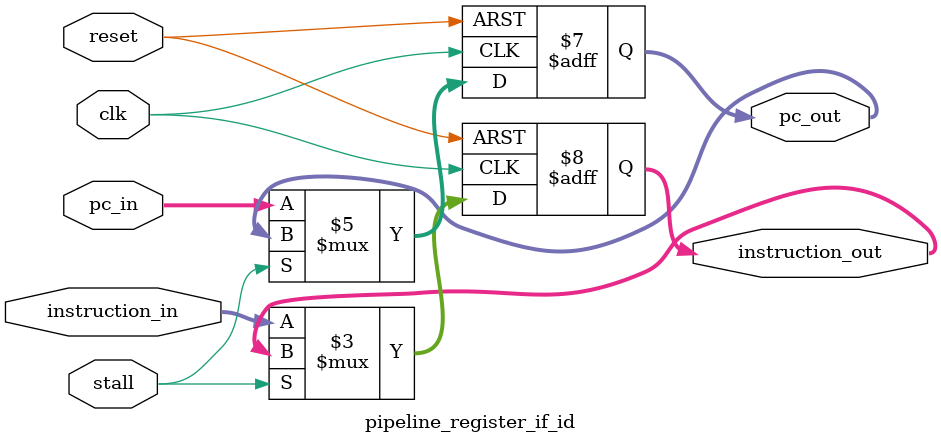
<source format=v>
module pipeline_register_if_id(
    input clk,
    input reset,
    input stall,
    input [31:0] pc_in,
    input [31:0] instruction_in,
    output reg [31:0] pc_out,
    output reg [31:0] instruction_out
);

    always @(posedge clk or posedge reset) begin
        if (reset) begin
            pc_out <= 32'b0;
            instruction_out <= 32'b0;
        end else if (!stall) begin
            pc_out <= pc_in;
            instruction_out <= instruction_in;
        end
    end

endmodule


</source>
